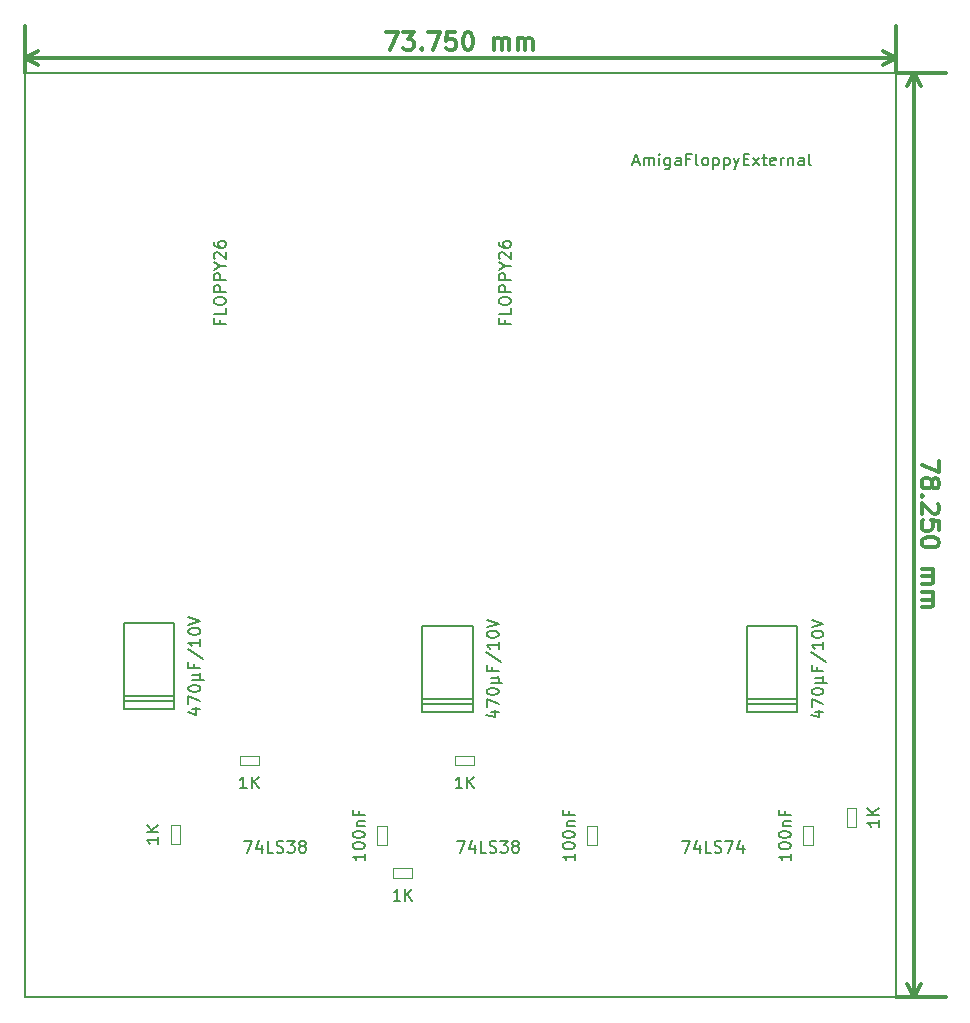
<source format=gbr>
G04 #@! TF.FileFunction,Other,Fab,Top*
%FSLAX46Y46*%
G04 Gerber Fmt 4.6, Leading zero omitted, Abs format (unit mm)*
G04 Created by KiCad (PCBNEW 4.0.5+dfsg1-4~bpo8+1) date Thu Jun 29 19:36:04 2017*
%MOMM*%
%LPD*%
G01*
G04 APERTURE LIST*
%ADD10C,0.100000*%
%ADD11C,0.300000*%
%ADD12C,0.150000*%
G04 APERTURE END LIST*
D10*
D11*
X211921429Y-104839287D02*
X211921429Y-105839287D01*
X210421429Y-105196430D01*
X211278571Y-106625001D02*
X211350000Y-106482143D01*
X211421429Y-106410715D01*
X211564286Y-106339286D01*
X211635714Y-106339286D01*
X211778571Y-106410715D01*
X211850000Y-106482143D01*
X211921429Y-106625001D01*
X211921429Y-106910715D01*
X211850000Y-107053572D01*
X211778571Y-107125001D01*
X211635714Y-107196429D01*
X211564286Y-107196429D01*
X211421429Y-107125001D01*
X211350000Y-107053572D01*
X211278571Y-106910715D01*
X211278571Y-106625001D01*
X211207143Y-106482143D01*
X211135714Y-106410715D01*
X210992857Y-106339286D01*
X210707143Y-106339286D01*
X210564286Y-106410715D01*
X210492857Y-106482143D01*
X210421429Y-106625001D01*
X210421429Y-106910715D01*
X210492857Y-107053572D01*
X210564286Y-107125001D01*
X210707143Y-107196429D01*
X210992857Y-107196429D01*
X211135714Y-107125001D01*
X211207143Y-107053572D01*
X211278571Y-106910715D01*
X210564286Y-107839286D02*
X210492857Y-107910714D01*
X210421429Y-107839286D01*
X210492857Y-107767857D01*
X210564286Y-107839286D01*
X210421429Y-107839286D01*
X211778571Y-108482143D02*
X211850000Y-108553572D01*
X211921429Y-108696429D01*
X211921429Y-109053572D01*
X211850000Y-109196429D01*
X211778571Y-109267858D01*
X211635714Y-109339286D01*
X211492857Y-109339286D01*
X211278571Y-109267858D01*
X210421429Y-108410715D01*
X210421429Y-109339286D01*
X211921429Y-110696429D02*
X211921429Y-109982143D01*
X211207143Y-109910714D01*
X211278571Y-109982143D01*
X211350000Y-110125000D01*
X211350000Y-110482143D01*
X211278571Y-110625000D01*
X211207143Y-110696429D01*
X211064286Y-110767857D01*
X210707143Y-110767857D01*
X210564286Y-110696429D01*
X210492857Y-110625000D01*
X210421429Y-110482143D01*
X210421429Y-110125000D01*
X210492857Y-109982143D01*
X210564286Y-109910714D01*
X211921429Y-111696428D02*
X211921429Y-111839285D01*
X211850000Y-111982142D01*
X211778571Y-112053571D01*
X211635714Y-112125000D01*
X211350000Y-112196428D01*
X210992857Y-112196428D01*
X210707143Y-112125000D01*
X210564286Y-112053571D01*
X210492857Y-111982142D01*
X210421429Y-111839285D01*
X210421429Y-111696428D01*
X210492857Y-111553571D01*
X210564286Y-111482142D01*
X210707143Y-111410714D01*
X210992857Y-111339285D01*
X211350000Y-111339285D01*
X211635714Y-111410714D01*
X211778571Y-111482142D01*
X211850000Y-111553571D01*
X211921429Y-111696428D01*
X210421429Y-113982142D02*
X211421429Y-113982142D01*
X211278571Y-113982142D02*
X211350000Y-114053570D01*
X211421429Y-114196428D01*
X211421429Y-114410713D01*
X211350000Y-114553570D01*
X211207143Y-114624999D01*
X210421429Y-114624999D01*
X211207143Y-114624999D02*
X211350000Y-114696428D01*
X211421429Y-114839285D01*
X211421429Y-115053570D01*
X211350000Y-115196428D01*
X211207143Y-115267856D01*
X210421429Y-115267856D01*
X210421429Y-115982142D02*
X211421429Y-115982142D01*
X211278571Y-115982142D02*
X211350000Y-116053570D01*
X211421429Y-116196428D01*
X211421429Y-116410713D01*
X211350000Y-116553570D01*
X211207143Y-116624999D01*
X210421429Y-116624999D01*
X211207143Y-116624999D02*
X211350000Y-116696428D01*
X211421429Y-116839285D01*
X211421429Y-117053570D01*
X211350000Y-117196428D01*
X211207143Y-117267856D01*
X210421429Y-117267856D01*
X209750000Y-72000000D02*
X209750000Y-150250000D01*
X208250000Y-72000000D02*
X212450000Y-72000000D01*
X208250000Y-150250000D02*
X212450000Y-150250000D01*
X209750000Y-150250000D02*
X209163579Y-149123496D01*
X209750000Y-150250000D02*
X210336421Y-149123496D01*
X209750000Y-72000000D02*
X209163579Y-73126504D01*
X209750000Y-72000000D02*
X210336421Y-73126504D01*
X165089287Y-68578571D02*
X166089287Y-68578571D01*
X165446430Y-70078571D01*
X166517858Y-68578571D02*
X167446429Y-68578571D01*
X166946429Y-69150000D01*
X167160715Y-69150000D01*
X167303572Y-69221429D01*
X167375001Y-69292857D01*
X167446429Y-69435714D01*
X167446429Y-69792857D01*
X167375001Y-69935714D01*
X167303572Y-70007143D01*
X167160715Y-70078571D01*
X166732143Y-70078571D01*
X166589286Y-70007143D01*
X166517858Y-69935714D01*
X168089286Y-69935714D02*
X168160714Y-70007143D01*
X168089286Y-70078571D01*
X168017857Y-70007143D01*
X168089286Y-69935714D01*
X168089286Y-70078571D01*
X168660715Y-68578571D02*
X169660715Y-68578571D01*
X169017858Y-70078571D01*
X170946429Y-68578571D02*
X170232143Y-68578571D01*
X170160714Y-69292857D01*
X170232143Y-69221429D01*
X170375000Y-69150000D01*
X170732143Y-69150000D01*
X170875000Y-69221429D01*
X170946429Y-69292857D01*
X171017857Y-69435714D01*
X171017857Y-69792857D01*
X170946429Y-69935714D01*
X170875000Y-70007143D01*
X170732143Y-70078571D01*
X170375000Y-70078571D01*
X170232143Y-70007143D01*
X170160714Y-69935714D01*
X171946428Y-68578571D02*
X172089285Y-68578571D01*
X172232142Y-68650000D01*
X172303571Y-68721429D01*
X172375000Y-68864286D01*
X172446428Y-69150000D01*
X172446428Y-69507143D01*
X172375000Y-69792857D01*
X172303571Y-69935714D01*
X172232142Y-70007143D01*
X172089285Y-70078571D01*
X171946428Y-70078571D01*
X171803571Y-70007143D01*
X171732142Y-69935714D01*
X171660714Y-69792857D01*
X171589285Y-69507143D01*
X171589285Y-69150000D01*
X171660714Y-68864286D01*
X171732142Y-68721429D01*
X171803571Y-68650000D01*
X171946428Y-68578571D01*
X174232142Y-70078571D02*
X174232142Y-69078571D01*
X174232142Y-69221429D02*
X174303570Y-69150000D01*
X174446428Y-69078571D01*
X174660713Y-69078571D01*
X174803570Y-69150000D01*
X174874999Y-69292857D01*
X174874999Y-70078571D01*
X174874999Y-69292857D02*
X174946428Y-69150000D01*
X175089285Y-69078571D01*
X175303570Y-69078571D01*
X175446428Y-69150000D01*
X175517856Y-69292857D01*
X175517856Y-70078571D01*
X176232142Y-70078571D02*
X176232142Y-69078571D01*
X176232142Y-69221429D02*
X176303570Y-69150000D01*
X176446428Y-69078571D01*
X176660713Y-69078571D01*
X176803570Y-69150000D01*
X176874999Y-69292857D01*
X176874999Y-70078571D01*
X176874999Y-69292857D02*
X176946428Y-69150000D01*
X177089285Y-69078571D01*
X177303570Y-69078571D01*
X177446428Y-69150000D01*
X177517856Y-69292857D01*
X177517856Y-70078571D01*
X134500000Y-70750000D02*
X208250000Y-70750000D01*
X134500000Y-72000000D02*
X134500000Y-68050000D01*
X208250000Y-72000000D02*
X208250000Y-68050000D01*
X208250000Y-70750000D02*
X207123496Y-71336421D01*
X208250000Y-70750000D02*
X207123496Y-70163579D01*
X134500000Y-70750000D02*
X135626504Y-71336421D01*
X134500000Y-70750000D02*
X135626504Y-70163579D01*
D12*
X134500000Y-72000000D02*
X134500000Y-150250000D01*
X208250000Y-72000000D02*
X134500000Y-72000000D01*
X208250000Y-150250000D02*
X208250000Y-72000000D01*
X134500000Y-150250000D02*
X208250000Y-150250000D01*
D10*
X164319000Y-135772000D02*
X165119000Y-135772000D01*
X164319000Y-137372000D02*
X164319000Y-135772000D01*
X165119000Y-137372000D02*
X164319000Y-137372000D01*
X165119000Y-135772000D02*
X165119000Y-137372000D01*
X204870000Y-135848000D02*
X204070000Y-135848000D01*
X204870000Y-134248000D02*
X204870000Y-135848000D01*
X204070000Y-134248000D02*
X204870000Y-134248000D01*
X204070000Y-135848000D02*
X204070000Y-134248000D01*
X182099000Y-135772000D02*
X182899000Y-135772000D01*
X182099000Y-137372000D02*
X182099000Y-135772000D01*
X182899000Y-137372000D02*
X182099000Y-137372000D01*
X182899000Y-135772000D02*
X182899000Y-137372000D01*
X200387000Y-135772000D02*
X201187000Y-135772000D01*
X200387000Y-137372000D02*
X200387000Y-135772000D01*
X201187000Y-137372000D02*
X200387000Y-137372000D01*
X201187000Y-135772000D02*
X201187000Y-137372000D01*
X170950000Y-130650000D02*
X170950000Y-129850000D01*
X172550000Y-130650000D02*
X170950000Y-130650000D01*
X172550000Y-129850000D02*
X172550000Y-130650000D01*
X170950000Y-129850000D02*
X172550000Y-129850000D01*
X152700000Y-130650000D02*
X152700000Y-129850000D01*
X154300000Y-130650000D02*
X152700000Y-130650000D01*
X154300000Y-129850000D02*
X154300000Y-130650000D01*
X152700000Y-129850000D02*
X154300000Y-129850000D01*
X165700000Y-140150000D02*
X165700000Y-139350000D01*
X167300000Y-140150000D02*
X165700000Y-140150000D01*
X167300000Y-139350000D02*
X167300000Y-140150000D01*
X165700000Y-139350000D02*
X167300000Y-139350000D01*
X146850000Y-135700000D02*
X147650000Y-135700000D01*
X146850000Y-137300000D02*
X146850000Y-135700000D01*
X147650000Y-137300000D02*
X146850000Y-137300000D01*
X147650000Y-135700000D02*
X147650000Y-137300000D01*
D12*
X195600000Y-126150000D02*
X199900000Y-126150000D01*
X199900000Y-126150000D02*
X199900000Y-118850000D01*
X199900000Y-118850000D02*
X195600000Y-118850000D01*
X195600000Y-118850000D02*
X195600000Y-126150000D01*
X195600000Y-125420000D02*
X199900000Y-125420000D01*
X195600000Y-125055000D02*
X199900000Y-125055000D01*
X168100000Y-126150000D02*
X172400000Y-126150000D01*
X172400000Y-126150000D02*
X172400000Y-118850000D01*
X172400000Y-118850000D02*
X168100000Y-118850000D01*
X168100000Y-118850000D02*
X168100000Y-126150000D01*
X168100000Y-125420000D02*
X172400000Y-125420000D01*
X168100000Y-125055000D02*
X172400000Y-125055000D01*
X142850000Y-125900000D02*
X147150000Y-125900000D01*
X147150000Y-125900000D02*
X147150000Y-118600000D01*
X147150000Y-118600000D02*
X142850000Y-118600000D01*
X142850000Y-118600000D02*
X142850000Y-125900000D01*
X142850000Y-125170000D02*
X147150000Y-125170000D01*
X142850000Y-124805000D02*
X147150000Y-124805000D01*
X163271381Y-138119619D02*
X163271381Y-138691048D01*
X163271381Y-138405334D02*
X162271381Y-138405334D01*
X162414238Y-138500572D01*
X162509476Y-138595810D01*
X162557095Y-138691048D01*
X162271381Y-137500572D02*
X162271381Y-137405333D01*
X162319000Y-137310095D01*
X162366619Y-137262476D01*
X162461857Y-137214857D01*
X162652333Y-137167238D01*
X162890429Y-137167238D01*
X163080905Y-137214857D01*
X163176143Y-137262476D01*
X163223762Y-137310095D01*
X163271381Y-137405333D01*
X163271381Y-137500572D01*
X163223762Y-137595810D01*
X163176143Y-137643429D01*
X163080905Y-137691048D01*
X162890429Y-137738667D01*
X162652333Y-137738667D01*
X162461857Y-137691048D01*
X162366619Y-137643429D01*
X162319000Y-137595810D01*
X162271381Y-137500572D01*
X162271381Y-136548191D02*
X162271381Y-136452952D01*
X162319000Y-136357714D01*
X162366619Y-136310095D01*
X162461857Y-136262476D01*
X162652333Y-136214857D01*
X162890429Y-136214857D01*
X163080905Y-136262476D01*
X163176143Y-136310095D01*
X163223762Y-136357714D01*
X163271381Y-136452952D01*
X163271381Y-136548191D01*
X163223762Y-136643429D01*
X163176143Y-136691048D01*
X163080905Y-136738667D01*
X162890429Y-136786286D01*
X162652333Y-136786286D01*
X162461857Y-136738667D01*
X162366619Y-136691048D01*
X162319000Y-136643429D01*
X162271381Y-136548191D01*
X162604714Y-135786286D02*
X163271381Y-135786286D01*
X162699952Y-135786286D02*
X162652333Y-135738667D01*
X162604714Y-135643429D01*
X162604714Y-135500571D01*
X162652333Y-135405333D01*
X162747571Y-135357714D01*
X163271381Y-135357714D01*
X162747571Y-134548190D02*
X162747571Y-134881524D01*
X163271381Y-134881524D02*
X162271381Y-134881524D01*
X162271381Y-134405333D01*
X185976189Y-79566667D02*
X186452380Y-79566667D01*
X185880951Y-79852381D02*
X186214284Y-78852381D01*
X186547618Y-79852381D01*
X186880951Y-79852381D02*
X186880951Y-79185714D01*
X186880951Y-79280952D02*
X186928570Y-79233333D01*
X187023808Y-79185714D01*
X187166666Y-79185714D01*
X187261904Y-79233333D01*
X187309523Y-79328571D01*
X187309523Y-79852381D01*
X187309523Y-79328571D02*
X187357142Y-79233333D01*
X187452380Y-79185714D01*
X187595237Y-79185714D01*
X187690475Y-79233333D01*
X187738094Y-79328571D01*
X187738094Y-79852381D01*
X188214284Y-79852381D02*
X188214284Y-79185714D01*
X188214284Y-78852381D02*
X188166665Y-78900000D01*
X188214284Y-78947619D01*
X188261903Y-78900000D01*
X188214284Y-78852381D01*
X188214284Y-78947619D01*
X189119046Y-79185714D02*
X189119046Y-79995238D01*
X189071427Y-80090476D01*
X189023808Y-80138095D01*
X188928569Y-80185714D01*
X188785712Y-80185714D01*
X188690474Y-80138095D01*
X189119046Y-79804762D02*
X189023808Y-79852381D01*
X188833331Y-79852381D01*
X188738093Y-79804762D01*
X188690474Y-79757143D01*
X188642855Y-79661905D01*
X188642855Y-79376190D01*
X188690474Y-79280952D01*
X188738093Y-79233333D01*
X188833331Y-79185714D01*
X189023808Y-79185714D01*
X189119046Y-79233333D01*
X190023808Y-79852381D02*
X190023808Y-79328571D01*
X189976189Y-79233333D01*
X189880951Y-79185714D01*
X189690474Y-79185714D01*
X189595236Y-79233333D01*
X190023808Y-79804762D02*
X189928570Y-79852381D01*
X189690474Y-79852381D01*
X189595236Y-79804762D01*
X189547617Y-79709524D01*
X189547617Y-79614286D01*
X189595236Y-79519048D01*
X189690474Y-79471429D01*
X189928570Y-79471429D01*
X190023808Y-79423810D01*
X190833332Y-79328571D02*
X190499998Y-79328571D01*
X190499998Y-79852381D02*
X190499998Y-78852381D01*
X190976189Y-78852381D01*
X191499998Y-79852381D02*
X191404760Y-79804762D01*
X191357141Y-79709524D01*
X191357141Y-78852381D01*
X192023808Y-79852381D02*
X191928570Y-79804762D01*
X191880951Y-79757143D01*
X191833332Y-79661905D01*
X191833332Y-79376190D01*
X191880951Y-79280952D01*
X191928570Y-79233333D01*
X192023808Y-79185714D01*
X192166666Y-79185714D01*
X192261904Y-79233333D01*
X192309523Y-79280952D01*
X192357142Y-79376190D01*
X192357142Y-79661905D01*
X192309523Y-79757143D01*
X192261904Y-79804762D01*
X192166666Y-79852381D01*
X192023808Y-79852381D01*
X192785713Y-79185714D02*
X192785713Y-80185714D01*
X192785713Y-79233333D02*
X192880951Y-79185714D01*
X193071428Y-79185714D01*
X193166666Y-79233333D01*
X193214285Y-79280952D01*
X193261904Y-79376190D01*
X193261904Y-79661905D01*
X193214285Y-79757143D01*
X193166666Y-79804762D01*
X193071428Y-79852381D01*
X192880951Y-79852381D01*
X192785713Y-79804762D01*
X193690475Y-79185714D02*
X193690475Y-80185714D01*
X193690475Y-79233333D02*
X193785713Y-79185714D01*
X193976190Y-79185714D01*
X194071428Y-79233333D01*
X194119047Y-79280952D01*
X194166666Y-79376190D01*
X194166666Y-79661905D01*
X194119047Y-79757143D01*
X194071428Y-79804762D01*
X193976190Y-79852381D01*
X193785713Y-79852381D01*
X193690475Y-79804762D01*
X194499999Y-79185714D02*
X194738094Y-79852381D01*
X194976190Y-79185714D02*
X194738094Y-79852381D01*
X194642856Y-80090476D01*
X194595237Y-80138095D01*
X194499999Y-80185714D01*
X195357142Y-79328571D02*
X195690476Y-79328571D01*
X195833333Y-79852381D02*
X195357142Y-79852381D01*
X195357142Y-78852381D01*
X195833333Y-78852381D01*
X196166666Y-79852381D02*
X196690476Y-79185714D01*
X196166666Y-79185714D02*
X196690476Y-79852381D01*
X196928571Y-79185714D02*
X197309523Y-79185714D01*
X197071428Y-78852381D02*
X197071428Y-79709524D01*
X197119047Y-79804762D01*
X197214285Y-79852381D01*
X197309523Y-79852381D01*
X198023810Y-79804762D02*
X197928572Y-79852381D01*
X197738095Y-79852381D01*
X197642857Y-79804762D01*
X197595238Y-79709524D01*
X197595238Y-79328571D01*
X197642857Y-79233333D01*
X197738095Y-79185714D01*
X197928572Y-79185714D01*
X198023810Y-79233333D01*
X198071429Y-79328571D01*
X198071429Y-79423810D01*
X197595238Y-79519048D01*
X198500000Y-79852381D02*
X198500000Y-79185714D01*
X198500000Y-79376190D02*
X198547619Y-79280952D01*
X198595238Y-79233333D01*
X198690476Y-79185714D01*
X198785715Y-79185714D01*
X199119048Y-79185714D02*
X199119048Y-79852381D01*
X199119048Y-79280952D02*
X199166667Y-79233333D01*
X199261905Y-79185714D01*
X199404763Y-79185714D01*
X199500001Y-79233333D01*
X199547620Y-79328571D01*
X199547620Y-79852381D01*
X200452382Y-79852381D02*
X200452382Y-79328571D01*
X200404763Y-79233333D01*
X200309525Y-79185714D01*
X200119048Y-79185714D01*
X200023810Y-79233333D01*
X200452382Y-79804762D02*
X200357144Y-79852381D01*
X200119048Y-79852381D01*
X200023810Y-79804762D01*
X199976191Y-79709524D01*
X199976191Y-79614286D01*
X200023810Y-79519048D01*
X200119048Y-79471429D01*
X200357144Y-79471429D01*
X200452382Y-79423810D01*
X201071429Y-79852381D02*
X200976191Y-79804762D01*
X200928572Y-79709524D01*
X200928572Y-78852381D01*
X175108571Y-92956666D02*
X175108571Y-93290000D01*
X175632381Y-93290000D02*
X174632381Y-93290000D01*
X174632381Y-92813809D01*
X175632381Y-91956666D02*
X175632381Y-92432857D01*
X174632381Y-92432857D01*
X174632381Y-91432857D02*
X174632381Y-91242380D01*
X174680000Y-91147142D01*
X174775238Y-91051904D01*
X174965714Y-91004285D01*
X175299048Y-91004285D01*
X175489524Y-91051904D01*
X175584762Y-91147142D01*
X175632381Y-91242380D01*
X175632381Y-91432857D01*
X175584762Y-91528095D01*
X175489524Y-91623333D01*
X175299048Y-91670952D01*
X174965714Y-91670952D01*
X174775238Y-91623333D01*
X174680000Y-91528095D01*
X174632381Y-91432857D01*
X175632381Y-90575714D02*
X174632381Y-90575714D01*
X174632381Y-90194761D01*
X174680000Y-90099523D01*
X174727619Y-90051904D01*
X174822857Y-90004285D01*
X174965714Y-90004285D01*
X175060952Y-90051904D01*
X175108571Y-90099523D01*
X175156190Y-90194761D01*
X175156190Y-90575714D01*
X175632381Y-89575714D02*
X174632381Y-89575714D01*
X174632381Y-89194761D01*
X174680000Y-89099523D01*
X174727619Y-89051904D01*
X174822857Y-89004285D01*
X174965714Y-89004285D01*
X175060952Y-89051904D01*
X175108571Y-89099523D01*
X175156190Y-89194761D01*
X175156190Y-89575714D01*
X175156190Y-88385238D02*
X175632381Y-88385238D01*
X174632381Y-88718571D02*
X175156190Y-88385238D01*
X174632381Y-88051904D01*
X174727619Y-87766190D02*
X174680000Y-87718571D01*
X174632381Y-87623333D01*
X174632381Y-87385237D01*
X174680000Y-87289999D01*
X174727619Y-87242380D01*
X174822857Y-87194761D01*
X174918095Y-87194761D01*
X175060952Y-87242380D01*
X175632381Y-87813809D01*
X175632381Y-87194761D01*
X174632381Y-86337618D02*
X174632381Y-86528095D01*
X174680000Y-86623333D01*
X174727619Y-86670952D01*
X174870476Y-86766190D01*
X175060952Y-86813809D01*
X175441905Y-86813809D01*
X175537143Y-86766190D01*
X175584762Y-86718571D01*
X175632381Y-86623333D01*
X175632381Y-86432856D01*
X175584762Y-86337618D01*
X175537143Y-86289999D01*
X175441905Y-86242380D01*
X175203810Y-86242380D01*
X175108571Y-86289999D01*
X175060952Y-86337618D01*
X175013333Y-86432856D01*
X175013333Y-86623333D01*
X175060952Y-86718571D01*
X175108571Y-86766190D01*
X175203810Y-86813809D01*
X150978571Y-92956666D02*
X150978571Y-93290000D01*
X151502381Y-93290000D02*
X150502381Y-93290000D01*
X150502381Y-92813809D01*
X151502381Y-91956666D02*
X151502381Y-92432857D01*
X150502381Y-92432857D01*
X150502381Y-91432857D02*
X150502381Y-91242380D01*
X150550000Y-91147142D01*
X150645238Y-91051904D01*
X150835714Y-91004285D01*
X151169048Y-91004285D01*
X151359524Y-91051904D01*
X151454762Y-91147142D01*
X151502381Y-91242380D01*
X151502381Y-91432857D01*
X151454762Y-91528095D01*
X151359524Y-91623333D01*
X151169048Y-91670952D01*
X150835714Y-91670952D01*
X150645238Y-91623333D01*
X150550000Y-91528095D01*
X150502381Y-91432857D01*
X151502381Y-90575714D02*
X150502381Y-90575714D01*
X150502381Y-90194761D01*
X150550000Y-90099523D01*
X150597619Y-90051904D01*
X150692857Y-90004285D01*
X150835714Y-90004285D01*
X150930952Y-90051904D01*
X150978571Y-90099523D01*
X151026190Y-90194761D01*
X151026190Y-90575714D01*
X151502381Y-89575714D02*
X150502381Y-89575714D01*
X150502381Y-89194761D01*
X150550000Y-89099523D01*
X150597619Y-89051904D01*
X150692857Y-89004285D01*
X150835714Y-89004285D01*
X150930952Y-89051904D01*
X150978571Y-89099523D01*
X151026190Y-89194761D01*
X151026190Y-89575714D01*
X151026190Y-88385238D02*
X151502381Y-88385238D01*
X150502381Y-88718571D02*
X151026190Y-88385238D01*
X150502381Y-88051904D01*
X150597619Y-87766190D02*
X150550000Y-87718571D01*
X150502381Y-87623333D01*
X150502381Y-87385237D01*
X150550000Y-87289999D01*
X150597619Y-87242380D01*
X150692857Y-87194761D01*
X150788095Y-87194761D01*
X150930952Y-87242380D01*
X151502381Y-87813809D01*
X151502381Y-87194761D01*
X150502381Y-86337618D02*
X150502381Y-86528095D01*
X150550000Y-86623333D01*
X150597619Y-86670952D01*
X150740476Y-86766190D01*
X150930952Y-86813809D01*
X151311905Y-86813809D01*
X151407143Y-86766190D01*
X151454762Y-86718571D01*
X151502381Y-86623333D01*
X151502381Y-86432856D01*
X151454762Y-86337618D01*
X151407143Y-86289999D01*
X151311905Y-86242380D01*
X151073810Y-86242380D01*
X150978571Y-86289999D01*
X150930952Y-86337618D01*
X150883333Y-86432856D01*
X150883333Y-86623333D01*
X150930952Y-86718571D01*
X150978571Y-86766190D01*
X151073810Y-86813809D01*
X206822381Y-135262285D02*
X206822381Y-135833714D01*
X206822381Y-135548000D02*
X205822381Y-135548000D01*
X205965238Y-135643238D01*
X206060476Y-135738476D01*
X206108095Y-135833714D01*
X206822381Y-134833714D02*
X205822381Y-134833714D01*
X206822381Y-134262285D02*
X206250952Y-134690857D01*
X205822381Y-134262285D02*
X206393810Y-134833714D01*
X171093143Y-137040381D02*
X171759810Y-137040381D01*
X171331238Y-138040381D01*
X172569334Y-137373714D02*
X172569334Y-138040381D01*
X172331238Y-136992762D02*
X172093143Y-137707048D01*
X172712191Y-137707048D01*
X173569334Y-138040381D02*
X173093143Y-138040381D01*
X173093143Y-137040381D01*
X173855048Y-137992762D02*
X173997905Y-138040381D01*
X174236001Y-138040381D01*
X174331239Y-137992762D01*
X174378858Y-137945143D01*
X174426477Y-137849905D01*
X174426477Y-137754667D01*
X174378858Y-137659429D01*
X174331239Y-137611810D01*
X174236001Y-137564190D01*
X174045524Y-137516571D01*
X173950286Y-137468952D01*
X173902667Y-137421333D01*
X173855048Y-137326095D01*
X173855048Y-137230857D01*
X173902667Y-137135619D01*
X173950286Y-137088000D01*
X174045524Y-137040381D01*
X174283620Y-137040381D01*
X174426477Y-137088000D01*
X174759810Y-137040381D02*
X175378858Y-137040381D01*
X175045524Y-137421333D01*
X175188382Y-137421333D01*
X175283620Y-137468952D01*
X175331239Y-137516571D01*
X175378858Y-137611810D01*
X175378858Y-137849905D01*
X175331239Y-137945143D01*
X175283620Y-137992762D01*
X175188382Y-138040381D01*
X174902667Y-138040381D01*
X174807429Y-137992762D01*
X174759810Y-137945143D01*
X175950286Y-137468952D02*
X175855048Y-137421333D01*
X175807429Y-137373714D01*
X175759810Y-137278476D01*
X175759810Y-137230857D01*
X175807429Y-137135619D01*
X175855048Y-137088000D01*
X175950286Y-137040381D01*
X176140763Y-137040381D01*
X176236001Y-137088000D01*
X176283620Y-137135619D01*
X176331239Y-137230857D01*
X176331239Y-137278476D01*
X176283620Y-137373714D01*
X176236001Y-137421333D01*
X176140763Y-137468952D01*
X175950286Y-137468952D01*
X175855048Y-137516571D01*
X175807429Y-137564190D01*
X175759810Y-137659429D01*
X175759810Y-137849905D01*
X175807429Y-137945143D01*
X175855048Y-137992762D01*
X175950286Y-138040381D01*
X176140763Y-138040381D01*
X176236001Y-137992762D01*
X176283620Y-137945143D01*
X176331239Y-137849905D01*
X176331239Y-137659429D01*
X176283620Y-137564190D01*
X176236001Y-137516571D01*
X176140763Y-137468952D01*
X190143143Y-137040381D02*
X190809810Y-137040381D01*
X190381238Y-138040381D01*
X191619334Y-137373714D02*
X191619334Y-138040381D01*
X191381238Y-136992762D02*
X191143143Y-137707048D01*
X191762191Y-137707048D01*
X192619334Y-138040381D02*
X192143143Y-138040381D01*
X192143143Y-137040381D01*
X192905048Y-137992762D02*
X193047905Y-138040381D01*
X193286001Y-138040381D01*
X193381239Y-137992762D01*
X193428858Y-137945143D01*
X193476477Y-137849905D01*
X193476477Y-137754667D01*
X193428858Y-137659429D01*
X193381239Y-137611810D01*
X193286001Y-137564190D01*
X193095524Y-137516571D01*
X193000286Y-137468952D01*
X192952667Y-137421333D01*
X192905048Y-137326095D01*
X192905048Y-137230857D01*
X192952667Y-137135619D01*
X193000286Y-137088000D01*
X193095524Y-137040381D01*
X193333620Y-137040381D01*
X193476477Y-137088000D01*
X193809810Y-137040381D02*
X194476477Y-137040381D01*
X194047905Y-138040381D01*
X195286001Y-137373714D02*
X195286001Y-138040381D01*
X195047905Y-136992762D02*
X194809810Y-137707048D01*
X195428858Y-137707048D01*
X153059143Y-137040381D02*
X153725810Y-137040381D01*
X153297238Y-138040381D01*
X154535334Y-137373714D02*
X154535334Y-138040381D01*
X154297238Y-136992762D02*
X154059143Y-137707048D01*
X154678191Y-137707048D01*
X155535334Y-138040381D02*
X155059143Y-138040381D01*
X155059143Y-137040381D01*
X155821048Y-137992762D02*
X155963905Y-138040381D01*
X156202001Y-138040381D01*
X156297239Y-137992762D01*
X156344858Y-137945143D01*
X156392477Y-137849905D01*
X156392477Y-137754667D01*
X156344858Y-137659429D01*
X156297239Y-137611810D01*
X156202001Y-137564190D01*
X156011524Y-137516571D01*
X155916286Y-137468952D01*
X155868667Y-137421333D01*
X155821048Y-137326095D01*
X155821048Y-137230857D01*
X155868667Y-137135619D01*
X155916286Y-137088000D01*
X156011524Y-137040381D01*
X156249620Y-137040381D01*
X156392477Y-137088000D01*
X156725810Y-137040381D02*
X157344858Y-137040381D01*
X157011524Y-137421333D01*
X157154382Y-137421333D01*
X157249620Y-137468952D01*
X157297239Y-137516571D01*
X157344858Y-137611810D01*
X157344858Y-137849905D01*
X157297239Y-137945143D01*
X157249620Y-137992762D01*
X157154382Y-138040381D01*
X156868667Y-138040381D01*
X156773429Y-137992762D01*
X156725810Y-137945143D01*
X157916286Y-137468952D02*
X157821048Y-137421333D01*
X157773429Y-137373714D01*
X157725810Y-137278476D01*
X157725810Y-137230857D01*
X157773429Y-137135619D01*
X157821048Y-137088000D01*
X157916286Y-137040381D01*
X158106763Y-137040381D01*
X158202001Y-137088000D01*
X158249620Y-137135619D01*
X158297239Y-137230857D01*
X158297239Y-137278476D01*
X158249620Y-137373714D01*
X158202001Y-137421333D01*
X158106763Y-137468952D01*
X157916286Y-137468952D01*
X157821048Y-137516571D01*
X157773429Y-137564190D01*
X157725810Y-137659429D01*
X157725810Y-137849905D01*
X157773429Y-137945143D01*
X157821048Y-137992762D01*
X157916286Y-138040381D01*
X158106763Y-138040381D01*
X158202001Y-137992762D01*
X158249620Y-137945143D01*
X158297239Y-137849905D01*
X158297239Y-137659429D01*
X158249620Y-137564190D01*
X158202001Y-137516571D01*
X158106763Y-137468952D01*
X181051381Y-138119619D02*
X181051381Y-138691048D01*
X181051381Y-138405334D02*
X180051381Y-138405334D01*
X180194238Y-138500572D01*
X180289476Y-138595810D01*
X180337095Y-138691048D01*
X180051381Y-137500572D02*
X180051381Y-137405333D01*
X180099000Y-137310095D01*
X180146619Y-137262476D01*
X180241857Y-137214857D01*
X180432333Y-137167238D01*
X180670429Y-137167238D01*
X180860905Y-137214857D01*
X180956143Y-137262476D01*
X181003762Y-137310095D01*
X181051381Y-137405333D01*
X181051381Y-137500572D01*
X181003762Y-137595810D01*
X180956143Y-137643429D01*
X180860905Y-137691048D01*
X180670429Y-137738667D01*
X180432333Y-137738667D01*
X180241857Y-137691048D01*
X180146619Y-137643429D01*
X180099000Y-137595810D01*
X180051381Y-137500572D01*
X180051381Y-136548191D02*
X180051381Y-136452952D01*
X180099000Y-136357714D01*
X180146619Y-136310095D01*
X180241857Y-136262476D01*
X180432333Y-136214857D01*
X180670429Y-136214857D01*
X180860905Y-136262476D01*
X180956143Y-136310095D01*
X181003762Y-136357714D01*
X181051381Y-136452952D01*
X181051381Y-136548191D01*
X181003762Y-136643429D01*
X180956143Y-136691048D01*
X180860905Y-136738667D01*
X180670429Y-136786286D01*
X180432333Y-136786286D01*
X180241857Y-136738667D01*
X180146619Y-136691048D01*
X180099000Y-136643429D01*
X180051381Y-136548191D01*
X180384714Y-135786286D02*
X181051381Y-135786286D01*
X180479952Y-135786286D02*
X180432333Y-135738667D01*
X180384714Y-135643429D01*
X180384714Y-135500571D01*
X180432333Y-135405333D01*
X180527571Y-135357714D01*
X181051381Y-135357714D01*
X180527571Y-134548190D02*
X180527571Y-134881524D01*
X181051381Y-134881524D02*
X180051381Y-134881524D01*
X180051381Y-134405333D01*
X199339381Y-138119619D02*
X199339381Y-138691048D01*
X199339381Y-138405334D02*
X198339381Y-138405334D01*
X198482238Y-138500572D01*
X198577476Y-138595810D01*
X198625095Y-138691048D01*
X198339381Y-137500572D02*
X198339381Y-137405333D01*
X198387000Y-137310095D01*
X198434619Y-137262476D01*
X198529857Y-137214857D01*
X198720333Y-137167238D01*
X198958429Y-137167238D01*
X199148905Y-137214857D01*
X199244143Y-137262476D01*
X199291762Y-137310095D01*
X199339381Y-137405333D01*
X199339381Y-137500572D01*
X199291762Y-137595810D01*
X199244143Y-137643429D01*
X199148905Y-137691048D01*
X198958429Y-137738667D01*
X198720333Y-137738667D01*
X198529857Y-137691048D01*
X198434619Y-137643429D01*
X198387000Y-137595810D01*
X198339381Y-137500572D01*
X198339381Y-136548191D02*
X198339381Y-136452952D01*
X198387000Y-136357714D01*
X198434619Y-136310095D01*
X198529857Y-136262476D01*
X198720333Y-136214857D01*
X198958429Y-136214857D01*
X199148905Y-136262476D01*
X199244143Y-136310095D01*
X199291762Y-136357714D01*
X199339381Y-136452952D01*
X199339381Y-136548191D01*
X199291762Y-136643429D01*
X199244143Y-136691048D01*
X199148905Y-136738667D01*
X198958429Y-136786286D01*
X198720333Y-136786286D01*
X198529857Y-136738667D01*
X198434619Y-136691048D01*
X198387000Y-136643429D01*
X198339381Y-136548191D01*
X198672714Y-135786286D02*
X199339381Y-135786286D01*
X198767952Y-135786286D02*
X198720333Y-135738667D01*
X198672714Y-135643429D01*
X198672714Y-135500571D01*
X198720333Y-135405333D01*
X198815571Y-135357714D01*
X199339381Y-135357714D01*
X198815571Y-134548190D02*
X198815571Y-134881524D01*
X199339381Y-134881524D02*
X198339381Y-134881524D01*
X198339381Y-134405333D01*
X171535715Y-132602381D02*
X170964286Y-132602381D01*
X171250000Y-132602381D02*
X171250000Y-131602381D01*
X171154762Y-131745238D01*
X171059524Y-131840476D01*
X170964286Y-131888095D01*
X171964286Y-132602381D02*
X171964286Y-131602381D01*
X172535715Y-132602381D02*
X172107143Y-132030952D01*
X172535715Y-131602381D02*
X171964286Y-132173810D01*
X153285715Y-132602381D02*
X152714286Y-132602381D01*
X153000000Y-132602381D02*
X153000000Y-131602381D01*
X152904762Y-131745238D01*
X152809524Y-131840476D01*
X152714286Y-131888095D01*
X153714286Y-132602381D02*
X153714286Y-131602381D01*
X154285715Y-132602381D02*
X153857143Y-132030952D01*
X154285715Y-131602381D02*
X153714286Y-132173810D01*
X166285715Y-142102381D02*
X165714286Y-142102381D01*
X166000000Y-142102381D02*
X166000000Y-141102381D01*
X165904762Y-141245238D01*
X165809524Y-141340476D01*
X165714286Y-141388095D01*
X166714286Y-142102381D02*
X166714286Y-141102381D01*
X167285715Y-142102381D02*
X166857143Y-141530952D01*
X167285715Y-141102381D02*
X166714286Y-141673810D01*
X145802381Y-136714285D02*
X145802381Y-137285714D01*
X145802381Y-137000000D02*
X144802381Y-137000000D01*
X144945238Y-137095238D01*
X145040476Y-137190476D01*
X145088095Y-137285714D01*
X145802381Y-136285714D02*
X144802381Y-136285714D01*
X145802381Y-135714285D02*
X145230952Y-136142857D01*
X144802381Y-135714285D02*
X145373810Y-136285714D01*
X201435714Y-126119047D02*
X202102381Y-126119047D01*
X201054762Y-126357143D02*
X201769048Y-126595238D01*
X201769048Y-125976190D01*
X201102381Y-125690476D02*
X201102381Y-125023809D01*
X202102381Y-125452381D01*
X201102381Y-124452381D02*
X201102381Y-124357142D01*
X201150000Y-124261904D01*
X201197619Y-124214285D01*
X201292857Y-124166666D01*
X201483333Y-124119047D01*
X201721429Y-124119047D01*
X201911905Y-124166666D01*
X202007143Y-124214285D01*
X202054762Y-124261904D01*
X202102381Y-124357142D01*
X202102381Y-124452381D01*
X202054762Y-124547619D01*
X202007143Y-124595238D01*
X201911905Y-124642857D01*
X201721429Y-124690476D01*
X201483333Y-124690476D01*
X201292857Y-124642857D01*
X201197619Y-124595238D01*
X201150000Y-124547619D01*
X201102381Y-124452381D01*
X201435714Y-123690476D02*
X202435714Y-123690476D01*
X201959524Y-123214285D02*
X202054762Y-123166666D01*
X202102381Y-123071428D01*
X201959524Y-123690476D02*
X202054762Y-123642857D01*
X202102381Y-123547619D01*
X202102381Y-123357142D01*
X202054762Y-123261904D01*
X201959524Y-123214285D01*
X201435714Y-123214285D01*
X201578571Y-122309523D02*
X201578571Y-122642857D01*
X202102381Y-122642857D02*
X201102381Y-122642857D01*
X201102381Y-122166666D01*
X201054762Y-121071428D02*
X202340476Y-121928571D01*
X202102381Y-120214285D02*
X202102381Y-120785714D01*
X202102381Y-120500000D02*
X201102381Y-120500000D01*
X201245238Y-120595238D01*
X201340476Y-120690476D01*
X201388095Y-120785714D01*
X201102381Y-119595238D02*
X201102381Y-119499999D01*
X201150000Y-119404761D01*
X201197619Y-119357142D01*
X201292857Y-119309523D01*
X201483333Y-119261904D01*
X201721429Y-119261904D01*
X201911905Y-119309523D01*
X202007143Y-119357142D01*
X202054762Y-119404761D01*
X202102381Y-119499999D01*
X202102381Y-119595238D01*
X202054762Y-119690476D01*
X202007143Y-119738095D01*
X201911905Y-119785714D01*
X201721429Y-119833333D01*
X201483333Y-119833333D01*
X201292857Y-119785714D01*
X201197619Y-119738095D01*
X201150000Y-119690476D01*
X201102381Y-119595238D01*
X201102381Y-118976190D02*
X202102381Y-118642857D01*
X201102381Y-118309523D01*
X173935714Y-126119047D02*
X174602381Y-126119047D01*
X173554762Y-126357143D02*
X174269048Y-126595238D01*
X174269048Y-125976190D01*
X173602381Y-125690476D02*
X173602381Y-125023809D01*
X174602381Y-125452381D01*
X173602381Y-124452381D02*
X173602381Y-124357142D01*
X173650000Y-124261904D01*
X173697619Y-124214285D01*
X173792857Y-124166666D01*
X173983333Y-124119047D01*
X174221429Y-124119047D01*
X174411905Y-124166666D01*
X174507143Y-124214285D01*
X174554762Y-124261904D01*
X174602381Y-124357142D01*
X174602381Y-124452381D01*
X174554762Y-124547619D01*
X174507143Y-124595238D01*
X174411905Y-124642857D01*
X174221429Y-124690476D01*
X173983333Y-124690476D01*
X173792857Y-124642857D01*
X173697619Y-124595238D01*
X173650000Y-124547619D01*
X173602381Y-124452381D01*
X173935714Y-123690476D02*
X174935714Y-123690476D01*
X174459524Y-123214285D02*
X174554762Y-123166666D01*
X174602381Y-123071428D01*
X174459524Y-123690476D02*
X174554762Y-123642857D01*
X174602381Y-123547619D01*
X174602381Y-123357142D01*
X174554762Y-123261904D01*
X174459524Y-123214285D01*
X173935714Y-123214285D01*
X174078571Y-122309523D02*
X174078571Y-122642857D01*
X174602381Y-122642857D02*
X173602381Y-122642857D01*
X173602381Y-122166666D01*
X173554762Y-121071428D02*
X174840476Y-121928571D01*
X174602381Y-120214285D02*
X174602381Y-120785714D01*
X174602381Y-120500000D02*
X173602381Y-120500000D01*
X173745238Y-120595238D01*
X173840476Y-120690476D01*
X173888095Y-120785714D01*
X173602381Y-119595238D02*
X173602381Y-119499999D01*
X173650000Y-119404761D01*
X173697619Y-119357142D01*
X173792857Y-119309523D01*
X173983333Y-119261904D01*
X174221429Y-119261904D01*
X174411905Y-119309523D01*
X174507143Y-119357142D01*
X174554762Y-119404761D01*
X174602381Y-119499999D01*
X174602381Y-119595238D01*
X174554762Y-119690476D01*
X174507143Y-119738095D01*
X174411905Y-119785714D01*
X174221429Y-119833333D01*
X173983333Y-119833333D01*
X173792857Y-119785714D01*
X173697619Y-119738095D01*
X173650000Y-119690476D01*
X173602381Y-119595238D01*
X173602381Y-118976190D02*
X174602381Y-118642857D01*
X173602381Y-118309523D01*
X148685714Y-125869047D02*
X149352381Y-125869047D01*
X148304762Y-126107143D02*
X149019048Y-126345238D01*
X149019048Y-125726190D01*
X148352381Y-125440476D02*
X148352381Y-124773809D01*
X149352381Y-125202381D01*
X148352381Y-124202381D02*
X148352381Y-124107142D01*
X148400000Y-124011904D01*
X148447619Y-123964285D01*
X148542857Y-123916666D01*
X148733333Y-123869047D01*
X148971429Y-123869047D01*
X149161905Y-123916666D01*
X149257143Y-123964285D01*
X149304762Y-124011904D01*
X149352381Y-124107142D01*
X149352381Y-124202381D01*
X149304762Y-124297619D01*
X149257143Y-124345238D01*
X149161905Y-124392857D01*
X148971429Y-124440476D01*
X148733333Y-124440476D01*
X148542857Y-124392857D01*
X148447619Y-124345238D01*
X148400000Y-124297619D01*
X148352381Y-124202381D01*
X148685714Y-123440476D02*
X149685714Y-123440476D01*
X149209524Y-122964285D02*
X149304762Y-122916666D01*
X149352381Y-122821428D01*
X149209524Y-123440476D02*
X149304762Y-123392857D01*
X149352381Y-123297619D01*
X149352381Y-123107142D01*
X149304762Y-123011904D01*
X149209524Y-122964285D01*
X148685714Y-122964285D01*
X148828571Y-122059523D02*
X148828571Y-122392857D01*
X149352381Y-122392857D02*
X148352381Y-122392857D01*
X148352381Y-121916666D01*
X148304762Y-120821428D02*
X149590476Y-121678571D01*
X149352381Y-119964285D02*
X149352381Y-120535714D01*
X149352381Y-120250000D02*
X148352381Y-120250000D01*
X148495238Y-120345238D01*
X148590476Y-120440476D01*
X148638095Y-120535714D01*
X148352381Y-119345238D02*
X148352381Y-119249999D01*
X148400000Y-119154761D01*
X148447619Y-119107142D01*
X148542857Y-119059523D01*
X148733333Y-119011904D01*
X148971429Y-119011904D01*
X149161905Y-119059523D01*
X149257143Y-119107142D01*
X149304762Y-119154761D01*
X149352381Y-119249999D01*
X149352381Y-119345238D01*
X149304762Y-119440476D01*
X149257143Y-119488095D01*
X149161905Y-119535714D01*
X148971429Y-119583333D01*
X148733333Y-119583333D01*
X148542857Y-119535714D01*
X148447619Y-119488095D01*
X148400000Y-119440476D01*
X148352381Y-119345238D01*
X148352381Y-118726190D02*
X149352381Y-118392857D01*
X148352381Y-118059523D01*
M02*

</source>
